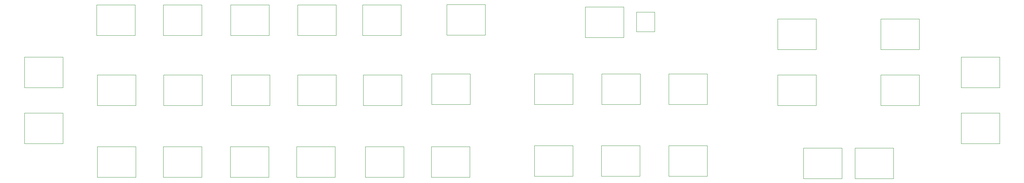
<source format=gbr>
G04 #@! TF.GenerationSoftware,KiCad,Pcbnew,(5.1.4)-1*
G04 #@! TF.CreationDate,2019-08-18T12:41:48-04:00*
G04 #@! TF.ProjectId,A-10C-UFC,412d3130-432d-4554-9643-2e6b69636164,1.2*
G04 #@! TF.SameCoordinates,Original*
G04 #@! TF.FileFunction,Other,User*
%FSLAX46Y46*%
G04 Gerber Fmt 4.6, Leading zero omitted, Abs format (unit mm)*
G04 Created by KiCad (PCBNEW (5.1.4)-1) date 2019-08-18 12:41:48*
%MOMM*%
%LPD*%
G04 APERTURE LIST*
%ADD10C,0.050000*%
G04 APERTURE END LIST*
D10*
X309498000Y-93873000D02*
X309498000Y-100873000D01*
X309248000Y-101123000D02*
X300248000Y-101123000D01*
X299998000Y-100873000D02*
X299998000Y-93873000D01*
X300248000Y-93623000D02*
X309248000Y-93623000D01*
X299998000Y-101123000D02*
X300248000Y-101123000D01*
X299998000Y-100873000D02*
X299998000Y-101123000D01*
X299998000Y-93623000D02*
X300248000Y-93623000D01*
X299998000Y-93873000D02*
X299998000Y-93623000D01*
X309498000Y-93623000D02*
X309498000Y-93873000D01*
X309248000Y-93623000D02*
X309498000Y-93623000D01*
X309498000Y-101123000D02*
X309498000Y-100873000D01*
X309248000Y-101123000D02*
X309498000Y-101123000D01*
X309498000Y-80030000D02*
X309498000Y-87030000D01*
X309248000Y-87280000D02*
X300248000Y-87280000D01*
X299998000Y-87030000D02*
X299998000Y-80030000D01*
X300248000Y-79780000D02*
X309248000Y-79780000D01*
X299998000Y-87280000D02*
X300248000Y-87280000D01*
X299998000Y-87030000D02*
X299998000Y-87280000D01*
X299998000Y-79780000D02*
X300248000Y-79780000D01*
X299998000Y-80030000D02*
X299998000Y-79780000D01*
X309498000Y-79780000D02*
X309498000Y-80030000D01*
X309248000Y-79780000D02*
X309498000Y-79780000D01*
X309498000Y-87280000D02*
X309498000Y-87030000D01*
X309248000Y-87280000D02*
X309498000Y-87280000D01*
X289686000Y-84475000D02*
X289686000Y-91475000D01*
X289436000Y-91725000D02*
X280436000Y-91725000D01*
X280186000Y-91475000D02*
X280186000Y-84475000D01*
X280436000Y-84225000D02*
X289436000Y-84225000D01*
X280186000Y-91725000D02*
X280436000Y-91725000D01*
X280186000Y-91475000D02*
X280186000Y-91725000D01*
X280186000Y-84225000D02*
X280436000Y-84225000D01*
X280186000Y-84475000D02*
X280186000Y-84225000D01*
X289686000Y-84225000D02*
X289686000Y-84475000D01*
X289436000Y-84225000D02*
X289686000Y-84225000D01*
X289686000Y-91725000D02*
X289686000Y-91475000D01*
X289436000Y-91725000D02*
X289686000Y-91725000D01*
X289686000Y-70632000D02*
X289686000Y-77632000D01*
X289436000Y-77882000D02*
X280436000Y-77882000D01*
X280186000Y-77632000D02*
X280186000Y-70632000D01*
X280436000Y-70382000D02*
X289436000Y-70382000D01*
X280186000Y-77882000D02*
X280436000Y-77882000D01*
X280186000Y-77632000D02*
X280186000Y-77882000D01*
X280186000Y-70382000D02*
X280436000Y-70382000D01*
X280186000Y-70632000D02*
X280186000Y-70382000D01*
X289686000Y-70382000D02*
X289686000Y-70632000D01*
X289436000Y-70382000D02*
X289686000Y-70382000D01*
X289686000Y-77882000D02*
X289686000Y-77632000D01*
X289436000Y-77882000D02*
X289686000Y-77882000D01*
X283336000Y-102509000D02*
X283336000Y-109509000D01*
X283086000Y-109759000D02*
X274086000Y-109759000D01*
X273836000Y-109509000D02*
X273836000Y-102509000D01*
X274086000Y-102259000D02*
X283086000Y-102259000D01*
X273836000Y-109759000D02*
X274086000Y-109759000D01*
X273836000Y-109509000D02*
X273836000Y-109759000D01*
X273836000Y-102259000D02*
X274086000Y-102259000D01*
X273836000Y-102509000D02*
X273836000Y-102259000D01*
X283336000Y-102259000D02*
X283336000Y-102509000D01*
X283086000Y-102259000D02*
X283336000Y-102259000D01*
X283336000Y-109759000D02*
X283336000Y-109509000D01*
X283086000Y-109759000D02*
X283336000Y-109759000D01*
X270636000Y-102509000D02*
X270636000Y-109509000D01*
X270386000Y-109759000D02*
X261386000Y-109759000D01*
X261136000Y-109509000D02*
X261136000Y-102509000D01*
X261386000Y-102259000D02*
X270386000Y-102259000D01*
X261136000Y-109759000D02*
X261386000Y-109759000D01*
X261136000Y-109509000D02*
X261136000Y-109759000D01*
X261136000Y-102259000D02*
X261386000Y-102259000D01*
X261136000Y-102509000D02*
X261136000Y-102259000D01*
X270636000Y-102259000D02*
X270636000Y-102509000D01*
X270386000Y-102259000D02*
X270636000Y-102259000D01*
X270636000Y-109759000D02*
X270636000Y-109509000D01*
X270386000Y-109759000D02*
X270636000Y-109759000D01*
X264286000Y-84475000D02*
X264286000Y-91475000D01*
X264036000Y-91725000D02*
X255036000Y-91725000D01*
X254786000Y-91475000D02*
X254786000Y-84475000D01*
X255036000Y-84225000D02*
X264036000Y-84225000D01*
X254786000Y-91725000D02*
X255036000Y-91725000D01*
X254786000Y-91475000D02*
X254786000Y-91725000D01*
X254786000Y-84225000D02*
X255036000Y-84225000D01*
X254786000Y-84475000D02*
X254786000Y-84225000D01*
X264286000Y-84225000D02*
X264286000Y-84475000D01*
X264036000Y-84225000D02*
X264286000Y-84225000D01*
X264286000Y-91725000D02*
X264286000Y-91475000D01*
X264036000Y-91725000D02*
X264286000Y-91725000D01*
X264286000Y-70632000D02*
X264286000Y-77632000D01*
X264036000Y-77882000D02*
X255036000Y-77882000D01*
X254786000Y-77632000D02*
X254786000Y-70632000D01*
X255036000Y-70382000D02*
X264036000Y-70382000D01*
X254786000Y-77882000D02*
X255036000Y-77882000D01*
X254786000Y-77632000D02*
X254786000Y-77882000D01*
X254786000Y-70382000D02*
X255036000Y-70382000D01*
X254786000Y-70632000D02*
X254786000Y-70382000D01*
X264286000Y-70382000D02*
X264286000Y-70632000D01*
X264036000Y-70382000D02*
X264286000Y-70382000D01*
X264286000Y-77882000D02*
X264286000Y-77632000D01*
X264036000Y-77882000D02*
X264286000Y-77882000D01*
X237489000Y-101874000D02*
X237489000Y-108874000D01*
X237239000Y-109124000D02*
X228239000Y-109124000D01*
X227989000Y-108874000D02*
X227989000Y-101874000D01*
X228239000Y-101624000D02*
X237239000Y-101624000D01*
X227989000Y-109124000D02*
X228239000Y-109124000D01*
X227989000Y-108874000D02*
X227989000Y-109124000D01*
X227989000Y-101624000D02*
X228239000Y-101624000D01*
X227989000Y-101874000D02*
X227989000Y-101624000D01*
X237489000Y-101624000D02*
X237489000Y-101874000D01*
X237239000Y-101624000D02*
X237489000Y-101624000D01*
X237489000Y-109124000D02*
X237489000Y-108874000D01*
X237239000Y-109124000D02*
X237489000Y-109124000D01*
X237489000Y-84221000D02*
X237489000Y-91221000D01*
X237239000Y-91471000D02*
X228239000Y-91471000D01*
X227989000Y-91221000D02*
X227989000Y-84221000D01*
X228239000Y-83971000D02*
X237239000Y-83971000D01*
X227989000Y-91471000D02*
X228239000Y-91471000D01*
X227989000Y-91221000D02*
X227989000Y-91471000D01*
X227989000Y-83971000D02*
X228239000Y-83971000D01*
X227989000Y-84221000D02*
X227989000Y-83971000D01*
X237489000Y-83971000D02*
X237489000Y-84221000D01*
X237239000Y-83971000D02*
X237489000Y-83971000D01*
X237489000Y-91471000D02*
X237489000Y-91221000D01*
X237239000Y-91471000D02*
X237489000Y-91471000D01*
X220852000Y-101874000D02*
X220852000Y-108874000D01*
X220602000Y-109124000D02*
X211602000Y-109124000D01*
X211352000Y-108874000D02*
X211352000Y-101874000D01*
X211602000Y-101624000D02*
X220602000Y-101624000D01*
X211352000Y-109124000D02*
X211602000Y-109124000D01*
X211352000Y-108874000D02*
X211352000Y-109124000D01*
X211352000Y-101624000D02*
X211602000Y-101624000D01*
X211352000Y-101874000D02*
X211352000Y-101624000D01*
X220852000Y-101624000D02*
X220852000Y-101874000D01*
X220602000Y-101624000D02*
X220852000Y-101624000D01*
X220852000Y-109124000D02*
X220852000Y-108874000D01*
X220602000Y-109124000D02*
X220852000Y-109124000D01*
X220979000Y-84221000D02*
X220979000Y-91221000D01*
X220729000Y-91471000D02*
X211729000Y-91471000D01*
X211479000Y-91221000D02*
X211479000Y-84221000D01*
X211729000Y-83971000D02*
X220729000Y-83971000D01*
X211479000Y-91471000D02*
X211729000Y-91471000D01*
X211479000Y-91221000D02*
X211479000Y-91471000D01*
X211479000Y-83971000D02*
X211729000Y-83971000D01*
X211479000Y-84221000D02*
X211479000Y-83971000D01*
X220979000Y-83971000D02*
X220979000Y-84221000D01*
X220729000Y-83971000D02*
X220979000Y-83971000D01*
X220979000Y-91471000D02*
X220979000Y-91221000D01*
X220729000Y-91471000D02*
X220979000Y-91471000D01*
X216915000Y-67711000D02*
X216915000Y-74711000D01*
X216665000Y-74961000D02*
X207665000Y-74961000D01*
X207415000Y-74711000D02*
X207415000Y-67711000D01*
X207665000Y-67461000D02*
X216665000Y-67461000D01*
X207415000Y-74961000D02*
X207665000Y-74961000D01*
X207415000Y-74711000D02*
X207415000Y-74961000D01*
X207415000Y-67461000D02*
X207665000Y-67461000D01*
X207415000Y-67711000D02*
X207415000Y-67461000D01*
X216915000Y-67461000D02*
X216915000Y-67711000D01*
X216665000Y-67461000D02*
X216915000Y-67461000D01*
X216915000Y-74961000D02*
X216915000Y-74711000D01*
X216665000Y-74961000D02*
X216915000Y-74961000D01*
X204342000Y-101874000D02*
X204342000Y-108874000D01*
X204092000Y-109124000D02*
X195092000Y-109124000D01*
X194842000Y-108874000D02*
X194842000Y-101874000D01*
X195092000Y-101624000D02*
X204092000Y-101624000D01*
X194842000Y-109124000D02*
X195092000Y-109124000D01*
X194842000Y-108874000D02*
X194842000Y-109124000D01*
X194842000Y-101624000D02*
X195092000Y-101624000D01*
X194842000Y-101874000D02*
X194842000Y-101624000D01*
X204342000Y-101624000D02*
X204342000Y-101874000D01*
X204092000Y-101624000D02*
X204342000Y-101624000D01*
X204342000Y-109124000D02*
X204342000Y-108874000D01*
X204092000Y-109124000D02*
X204342000Y-109124000D01*
X204342000Y-84221000D02*
X204342000Y-91221000D01*
X204092000Y-91471000D02*
X195092000Y-91471000D01*
X194842000Y-91221000D02*
X194842000Y-84221000D01*
X195092000Y-83971000D02*
X204092000Y-83971000D01*
X194842000Y-91471000D02*
X195092000Y-91471000D01*
X194842000Y-91221000D02*
X194842000Y-91471000D01*
X194842000Y-83971000D02*
X195092000Y-83971000D01*
X194842000Y-84221000D02*
X194842000Y-83971000D01*
X204342000Y-83971000D02*
X204342000Y-84221000D01*
X204092000Y-83971000D02*
X204342000Y-83971000D01*
X204342000Y-91471000D02*
X204342000Y-91221000D01*
X204092000Y-91471000D02*
X204342000Y-91471000D01*
X178942000Y-102128000D02*
X178942000Y-109128000D01*
X178692000Y-109378000D02*
X169692000Y-109378000D01*
X169442000Y-109128000D02*
X169442000Y-102128000D01*
X169692000Y-101878000D02*
X178692000Y-101878000D01*
X169442000Y-109378000D02*
X169692000Y-109378000D01*
X169442000Y-109128000D02*
X169442000Y-109378000D01*
X169442000Y-101878000D02*
X169692000Y-101878000D01*
X169442000Y-102128000D02*
X169442000Y-101878000D01*
X178942000Y-101878000D02*
X178942000Y-102128000D01*
X178692000Y-101878000D02*
X178942000Y-101878000D01*
X178942000Y-109378000D02*
X178942000Y-109128000D01*
X178692000Y-109378000D02*
X178942000Y-109378000D01*
X179069000Y-84221000D02*
X179069000Y-91221000D01*
X178819000Y-91471000D02*
X169819000Y-91471000D01*
X169569000Y-91221000D02*
X169569000Y-84221000D01*
X169819000Y-83971000D02*
X178819000Y-83971000D01*
X169569000Y-91471000D02*
X169819000Y-91471000D01*
X169569000Y-91221000D02*
X169569000Y-91471000D01*
X169569000Y-83971000D02*
X169819000Y-83971000D01*
X169569000Y-84221000D02*
X169569000Y-83971000D01*
X179069000Y-83971000D02*
X179069000Y-84221000D01*
X178819000Y-83971000D02*
X179069000Y-83971000D01*
X179069000Y-91471000D02*
X179069000Y-91221000D01*
X178819000Y-91471000D02*
X179069000Y-91471000D01*
X182752000Y-67076000D02*
X182752000Y-74076000D01*
X182502000Y-74326000D02*
X173502000Y-74326000D01*
X173252000Y-74076000D02*
X173252000Y-67076000D01*
X173502000Y-66826000D02*
X182502000Y-66826000D01*
X173252000Y-74326000D02*
X173502000Y-74326000D01*
X173252000Y-74076000D02*
X173252000Y-74326000D01*
X173252000Y-66826000D02*
X173502000Y-66826000D01*
X173252000Y-67076000D02*
X173252000Y-66826000D01*
X182752000Y-66826000D02*
X182752000Y-67076000D01*
X182502000Y-66826000D02*
X182752000Y-66826000D01*
X182752000Y-74326000D02*
X182752000Y-74076000D01*
X182502000Y-74326000D02*
X182752000Y-74326000D01*
X162686000Y-102128000D02*
X162686000Y-109128000D01*
X162436000Y-109378000D02*
X153436000Y-109378000D01*
X153186000Y-109128000D02*
X153186000Y-102128000D01*
X153436000Y-101878000D02*
X162436000Y-101878000D01*
X153186000Y-109378000D02*
X153436000Y-109378000D01*
X153186000Y-109128000D02*
X153186000Y-109378000D01*
X153186000Y-101878000D02*
X153436000Y-101878000D01*
X153186000Y-102128000D02*
X153186000Y-101878000D01*
X162686000Y-101878000D02*
X162686000Y-102128000D01*
X162436000Y-101878000D02*
X162686000Y-101878000D01*
X162686000Y-109378000D02*
X162686000Y-109128000D01*
X162436000Y-109378000D02*
X162686000Y-109378000D01*
X162178000Y-84475000D02*
X162178000Y-91475000D01*
X161928000Y-91725000D02*
X152928000Y-91725000D01*
X152678000Y-91475000D02*
X152678000Y-84475000D01*
X152928000Y-84225000D02*
X161928000Y-84225000D01*
X152678000Y-91725000D02*
X152928000Y-91725000D01*
X152678000Y-91475000D02*
X152678000Y-91725000D01*
X152678000Y-84225000D02*
X152928000Y-84225000D01*
X152678000Y-84475000D02*
X152678000Y-84225000D01*
X162178000Y-84225000D02*
X162178000Y-84475000D01*
X161928000Y-84225000D02*
X162178000Y-84225000D01*
X162178000Y-91725000D02*
X162178000Y-91475000D01*
X161928000Y-91725000D02*
X162178000Y-91725000D01*
X162051000Y-67203000D02*
X162051000Y-74203000D01*
X161801000Y-74453000D02*
X152801000Y-74453000D01*
X152551000Y-74203000D02*
X152551000Y-67203000D01*
X152801000Y-66953000D02*
X161801000Y-66953000D01*
X152551000Y-74453000D02*
X152801000Y-74453000D01*
X152551000Y-74203000D02*
X152551000Y-74453000D01*
X152551000Y-66953000D02*
X152801000Y-66953000D01*
X152551000Y-67203000D02*
X152551000Y-66953000D01*
X162051000Y-66953000D02*
X162051000Y-67203000D01*
X161801000Y-66953000D02*
X162051000Y-66953000D01*
X162051000Y-74453000D02*
X162051000Y-74203000D01*
X161801000Y-74453000D02*
X162051000Y-74453000D01*
X145795000Y-102128000D02*
X145795000Y-109128000D01*
X145545000Y-109378000D02*
X136545000Y-109378000D01*
X136295000Y-109128000D02*
X136295000Y-102128000D01*
X136545000Y-101878000D02*
X145545000Y-101878000D01*
X136295000Y-109378000D02*
X136545000Y-109378000D01*
X136295000Y-109128000D02*
X136295000Y-109378000D01*
X136295000Y-101878000D02*
X136545000Y-101878000D01*
X136295000Y-102128000D02*
X136295000Y-101878000D01*
X145795000Y-101878000D02*
X145795000Y-102128000D01*
X145545000Y-101878000D02*
X145795000Y-101878000D01*
X145795000Y-109378000D02*
X145795000Y-109128000D01*
X145545000Y-109378000D02*
X145795000Y-109378000D01*
X146049000Y-84475000D02*
X146049000Y-91475000D01*
X145799000Y-91725000D02*
X136799000Y-91725000D01*
X136549000Y-91475000D02*
X136549000Y-84475000D01*
X136799000Y-84225000D02*
X145799000Y-84225000D01*
X136549000Y-91725000D02*
X136799000Y-91725000D01*
X136549000Y-91475000D02*
X136549000Y-91725000D01*
X136549000Y-84225000D02*
X136799000Y-84225000D01*
X136549000Y-84475000D02*
X136549000Y-84225000D01*
X146049000Y-84225000D02*
X146049000Y-84475000D01*
X145799000Y-84225000D02*
X146049000Y-84225000D01*
X146049000Y-91725000D02*
X146049000Y-91475000D01*
X145799000Y-91725000D02*
X146049000Y-91725000D01*
X146049000Y-67203000D02*
X146049000Y-74203000D01*
X145799000Y-74453000D02*
X136799000Y-74453000D01*
X136549000Y-74203000D02*
X136549000Y-67203000D01*
X136799000Y-66953000D02*
X145799000Y-66953000D01*
X136549000Y-74453000D02*
X136799000Y-74453000D01*
X136549000Y-74203000D02*
X136549000Y-74453000D01*
X136549000Y-66953000D02*
X136799000Y-66953000D01*
X136549000Y-67203000D02*
X136549000Y-66953000D01*
X146049000Y-66953000D02*
X146049000Y-67203000D01*
X145799000Y-66953000D02*
X146049000Y-66953000D01*
X146049000Y-74453000D02*
X146049000Y-74203000D01*
X145799000Y-74453000D02*
X146049000Y-74453000D01*
X129412000Y-102128000D02*
X129412000Y-109128000D01*
X129162000Y-109378000D02*
X120162000Y-109378000D01*
X119912000Y-109128000D02*
X119912000Y-102128000D01*
X120162000Y-101878000D02*
X129162000Y-101878000D01*
X119912000Y-109378000D02*
X120162000Y-109378000D01*
X119912000Y-109128000D02*
X119912000Y-109378000D01*
X119912000Y-101878000D02*
X120162000Y-101878000D01*
X119912000Y-102128000D02*
X119912000Y-101878000D01*
X129412000Y-101878000D02*
X129412000Y-102128000D01*
X129162000Y-101878000D02*
X129412000Y-101878000D01*
X129412000Y-109378000D02*
X129412000Y-109128000D01*
X129162000Y-109378000D02*
X129412000Y-109378000D01*
X129666000Y-84475000D02*
X129666000Y-91475000D01*
X129416000Y-91725000D02*
X120416000Y-91725000D01*
X120166000Y-91475000D02*
X120166000Y-84475000D01*
X120416000Y-84225000D02*
X129416000Y-84225000D01*
X120166000Y-91725000D02*
X120416000Y-91725000D01*
X120166000Y-91475000D02*
X120166000Y-91725000D01*
X120166000Y-84225000D02*
X120416000Y-84225000D01*
X120166000Y-84475000D02*
X120166000Y-84225000D01*
X129666000Y-84225000D02*
X129666000Y-84475000D01*
X129416000Y-84225000D02*
X129666000Y-84225000D01*
X129666000Y-91725000D02*
X129666000Y-91475000D01*
X129416000Y-91725000D02*
X129666000Y-91725000D01*
X129539000Y-67203000D02*
X129539000Y-74203000D01*
X129289000Y-74453000D02*
X120289000Y-74453000D01*
X120039000Y-74203000D02*
X120039000Y-67203000D01*
X120289000Y-66953000D02*
X129289000Y-66953000D01*
X120039000Y-74453000D02*
X120289000Y-74453000D01*
X120039000Y-74203000D02*
X120039000Y-74453000D01*
X120039000Y-66953000D02*
X120289000Y-66953000D01*
X120039000Y-67203000D02*
X120039000Y-66953000D01*
X129539000Y-66953000D02*
X129539000Y-67203000D01*
X129289000Y-66953000D02*
X129539000Y-66953000D01*
X129539000Y-74453000D02*
X129539000Y-74203000D01*
X129289000Y-74453000D02*
X129539000Y-74453000D01*
X112902000Y-102128000D02*
X112902000Y-109128000D01*
X112652000Y-109378000D02*
X103652000Y-109378000D01*
X103402000Y-109128000D02*
X103402000Y-102128000D01*
X103652000Y-101878000D02*
X112652000Y-101878000D01*
X103402000Y-109378000D02*
X103652000Y-109378000D01*
X103402000Y-109128000D02*
X103402000Y-109378000D01*
X103402000Y-101878000D02*
X103652000Y-101878000D01*
X103402000Y-102128000D02*
X103402000Y-101878000D01*
X112902000Y-101878000D02*
X112902000Y-102128000D01*
X112652000Y-101878000D02*
X112902000Y-101878000D01*
X112902000Y-109378000D02*
X112902000Y-109128000D01*
X112652000Y-109378000D02*
X112902000Y-109378000D01*
X113029000Y-84475000D02*
X113029000Y-91475000D01*
X112779000Y-91725000D02*
X103779000Y-91725000D01*
X103529000Y-91475000D02*
X103529000Y-84475000D01*
X103779000Y-84225000D02*
X112779000Y-84225000D01*
X103529000Y-91725000D02*
X103779000Y-91725000D01*
X103529000Y-91475000D02*
X103529000Y-91725000D01*
X103529000Y-84225000D02*
X103779000Y-84225000D01*
X103529000Y-84475000D02*
X103529000Y-84225000D01*
X113029000Y-84225000D02*
X113029000Y-84475000D01*
X112779000Y-84225000D02*
X113029000Y-84225000D01*
X113029000Y-91725000D02*
X113029000Y-91475000D01*
X112779000Y-91725000D02*
X113029000Y-91725000D01*
X112902000Y-67203000D02*
X112902000Y-74203000D01*
X112652000Y-74453000D02*
X103652000Y-74453000D01*
X103402000Y-74203000D02*
X103402000Y-67203000D01*
X103652000Y-66953000D02*
X112652000Y-66953000D01*
X103402000Y-74453000D02*
X103652000Y-74453000D01*
X103402000Y-74203000D02*
X103402000Y-74453000D01*
X103402000Y-66953000D02*
X103652000Y-66953000D01*
X103402000Y-67203000D02*
X103402000Y-66953000D01*
X112902000Y-66953000D02*
X112902000Y-67203000D01*
X112652000Y-66953000D02*
X112902000Y-66953000D01*
X112902000Y-74453000D02*
X112902000Y-74203000D01*
X112652000Y-74453000D02*
X112902000Y-74453000D01*
X96646000Y-102128000D02*
X96646000Y-109128000D01*
X96396000Y-109378000D02*
X87396000Y-109378000D01*
X87146000Y-109128000D02*
X87146000Y-102128000D01*
X87396000Y-101878000D02*
X96396000Y-101878000D01*
X87146000Y-109378000D02*
X87396000Y-109378000D01*
X87146000Y-109128000D02*
X87146000Y-109378000D01*
X87146000Y-101878000D02*
X87396000Y-101878000D01*
X87146000Y-102128000D02*
X87146000Y-101878000D01*
X96646000Y-101878000D02*
X96646000Y-102128000D01*
X96396000Y-101878000D02*
X96646000Y-101878000D01*
X96646000Y-109378000D02*
X96646000Y-109128000D01*
X96396000Y-109378000D02*
X96646000Y-109378000D01*
X96646000Y-84475000D02*
X96646000Y-91475000D01*
X96396000Y-91725000D02*
X87396000Y-91725000D01*
X87146000Y-91475000D02*
X87146000Y-84475000D01*
X87396000Y-84225000D02*
X96396000Y-84225000D01*
X87146000Y-91725000D02*
X87396000Y-91725000D01*
X87146000Y-91475000D02*
X87146000Y-91725000D01*
X87146000Y-84225000D02*
X87396000Y-84225000D01*
X87146000Y-84475000D02*
X87146000Y-84225000D01*
X96646000Y-84225000D02*
X96646000Y-84475000D01*
X96396000Y-84225000D02*
X96646000Y-84225000D01*
X96646000Y-91725000D02*
X96646000Y-91475000D01*
X96396000Y-91725000D02*
X96646000Y-91725000D01*
X96519000Y-67203000D02*
X96519000Y-74203000D01*
X96269000Y-74453000D02*
X87269000Y-74453000D01*
X87019000Y-74203000D02*
X87019000Y-67203000D01*
X87269000Y-66953000D02*
X96269000Y-66953000D01*
X87019000Y-74453000D02*
X87269000Y-74453000D01*
X87019000Y-74203000D02*
X87019000Y-74453000D01*
X87019000Y-66953000D02*
X87269000Y-66953000D01*
X87019000Y-67203000D02*
X87019000Y-66953000D01*
X96519000Y-66953000D02*
X96519000Y-67203000D01*
X96269000Y-66953000D02*
X96519000Y-66953000D01*
X96519000Y-74453000D02*
X96519000Y-74203000D01*
X96269000Y-74453000D02*
X96519000Y-74453000D01*
X78739000Y-93873000D02*
X78739000Y-100873000D01*
X78489000Y-101123000D02*
X69489000Y-101123000D01*
X69239000Y-100873000D02*
X69239000Y-93873000D01*
X69489000Y-93623000D02*
X78489000Y-93623000D01*
X69239000Y-101123000D02*
X69489000Y-101123000D01*
X69239000Y-100873000D02*
X69239000Y-101123000D01*
X69239000Y-93623000D02*
X69489000Y-93623000D01*
X69239000Y-93873000D02*
X69239000Y-93623000D01*
X78739000Y-93623000D02*
X78739000Y-93873000D01*
X78489000Y-93623000D02*
X78739000Y-93623000D01*
X78739000Y-101123000D02*
X78739000Y-100873000D01*
X78489000Y-101123000D02*
X78739000Y-101123000D01*
X78739000Y-80030000D02*
X78739000Y-87030000D01*
X78489000Y-87280000D02*
X69489000Y-87280000D01*
X69239000Y-87030000D02*
X69239000Y-80030000D01*
X69489000Y-79780000D02*
X78489000Y-79780000D01*
X69239000Y-87280000D02*
X69489000Y-87280000D01*
X69239000Y-87030000D02*
X69239000Y-87280000D01*
X69239000Y-79780000D02*
X69489000Y-79780000D01*
X69239000Y-80030000D02*
X69239000Y-79780000D01*
X78739000Y-79780000D02*
X78739000Y-80030000D01*
X78489000Y-79780000D02*
X78739000Y-79780000D01*
X78739000Y-87280000D02*
X78739000Y-87030000D01*
X78489000Y-87280000D02*
X78739000Y-87280000D01*
X224500000Y-68700000D02*
X220000000Y-68700000D01*
X220000000Y-68700000D02*
X220000000Y-73550000D01*
X220000000Y-73550000D02*
X224500000Y-73550000D01*
X224500000Y-73550000D02*
X224500000Y-68700000D01*
M02*

</source>
